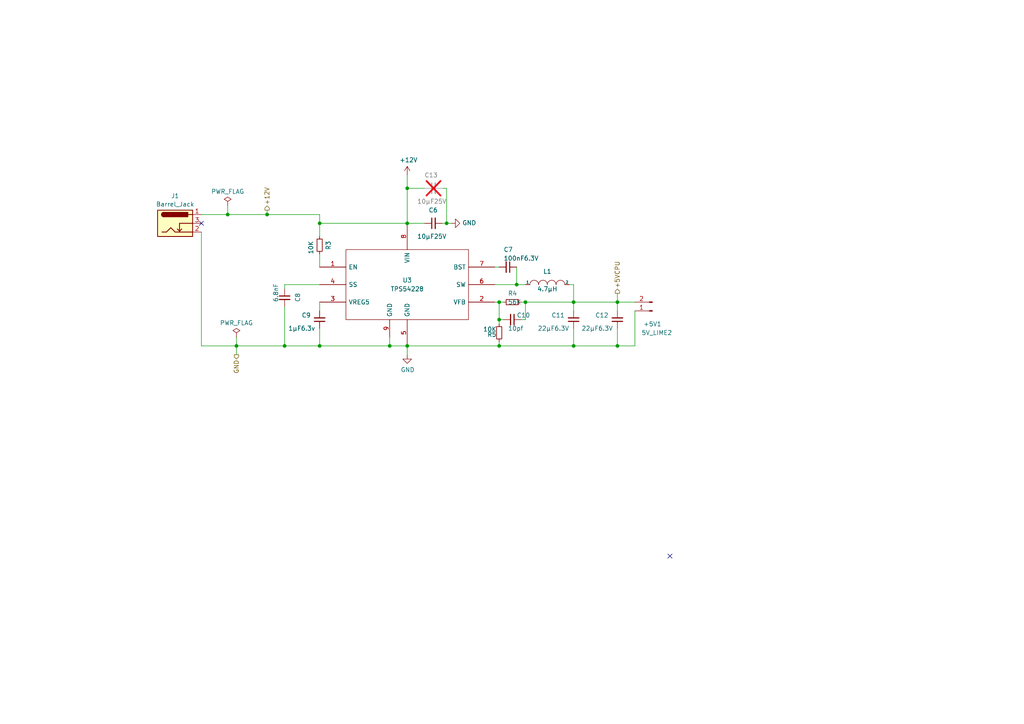
<source format=kicad_sch>
(kicad_sch (version 20231120) (generator "eeschema") (generator_version "8.0")
  (paper "A4")
  (lib_symbols
    (symbol "Connector:Barrel_Jack_Switch" (pin_names hide)
      (property "Reference" "J" (at 0 5.334 0))
      (property "Value" "Barrel_Jack_Switch" (at 0 -5.08 0))
      (symbol "Barrel_Jack_Switch_0_1"
        (rectangle (start -5.08 3.81) (end 5.08 -3.81) (stroke (width 0.254)) (fill (type background)))
        (arc (start -3.302 3.175) (mid -3.9343 2.54) (end -3.302 1.905) (stroke (width 0.254)))
        (arc (start -3.302 3.175) (mid -3.9343 2.54) (end -3.302 1.905) (stroke (width 0.254)) (fill (type outline)))
        (polyline (pts (xy 1.27 -2.286) (xy 1.905 -1.651)) (stroke (width 0.254)))
        (polyline (pts (xy 5.08 2.54) (xy 3.81 2.54)) (stroke (width 0.254)))
        (polyline (pts (xy 5.08 0) (xy 1.27 0) (xy 1.27 -2.286) (xy 0.635 -1.651)) (stroke (width 0.254)))
        (polyline (pts (xy -3.81 -2.54) (xy -2.54 -2.54) (xy -1.27 -1.27) (xy 0 -2.54) (xy 2.54 -2.54) (xy 5.08 -2.54)) (stroke (width 0.254)))
        (rectangle (start 3.683 3.175) (end -3.302 1.905) (stroke (width 0.254)) (fill (type outline)))
      )
      (symbol "Barrel_Jack_Switch_1_1"
        (pin passive line (at 7.62 2.54 180) (length 2.54) (name "~") (number "1"))
        (pin passive line (at 7.62 -2.54 180) (length 2.54) (name "~") (number "2"))
        (pin passive line (at 7.62 0 180) (length 2.54) (name "~") (number "3"))
      )
    )
    (symbol "Device:C_Small" (pin_numbers hide) (pin_names (offset 0.254) hide)
      (property "Reference" "C" (at 0.254 1.778 0))
      (property "Value" "C_Small" (at 0.254 -2.032 0))
      (symbol "C_Small_0_1"
        (polyline (pts (xy -1.524 -0.508) (xy 1.524 -0.508)) (stroke (width 0.3302)))
        (polyline (pts (xy -1.524 0.508) (xy 1.524 0.508)) (stroke (width 0.3048)))
      )
      (symbol "C_Small_1_1"
        (pin passive line (at 0 2.54 270) (length 2.032) (name "~") (number "1"))
        (pin passive line (at 0 -2.54 90) (length 2.032) (name "~") (number "2"))
      )
    )
    (symbol "Device:R_Small" (pin_numbers hide) (pin_names (offset 0.254) hide)
      (property "Reference" "R" (at 0.762 0.508 0))
      (property "Value" "R_Small" (at 0.762 -1.016 0))
      (symbol "R_Small_0_1"
        (rectangle (start -0.762 1.778) (end 0.762 -1.778) (stroke (width 0.2032)))
      )
      (symbol "R_Small_1_1"
        (pin passive line (at 0 2.54 270) (length 0.762) (name "~") (number "1"))
        (pin passive line (at 0 -2.54 90) (length 0.762) (name "~") (number "2"))
      )
    )
    (symbol "centrale-rescue:+12V-power" (power) (pin_names (offset 0))
      (property "Value" "power_+12V" (at 0 3.556 0))
      (symbol "+12V-power_0_1"
        (polyline (pts (xy -0.762 1.27) (xy 0 2.54)))
        (polyline (pts (xy 0 0) (xy 0 2.54)))
        (polyline (pts (xy 0 2.54) (xy 0.762 1.27)))
      )
      (symbol "+12V-power_1_1"
        (pin power_in line (at 0 0 90) (length 0) hide (name "+12V") (number "1"))
      )
    )
    (symbol "centrale-rescue:Conn_01x02_Male-Connector" (pin_names (offset 1.016) hide)
      (property "Reference" "J" (at 0 2.54 0))
      (property "Value" "Connector_Conn_01x02_Male" (at 0 -5.08 0))
      (symbol "Conn_01x02_Male-Connector_1_1"
        (polyline (pts (xy 1.27 -2.54) (xy 0.8636 -2.54)) (stroke (width 0.1524)))
        (polyline (pts (xy 1.27 0) (xy 0.8636 0)) (stroke (width 0.1524)))
        (rectangle (start 0.8636 -2.413) (end 0 -2.667) (stroke (width 0.1524)) (fill (type outline)))
        (rectangle (start 0.8636 0.127) (end 0 -0.127) (stroke (width 0.1524)) (fill (type outline)))
        (pin passive line (at 5.08 0 180) (length 3.81) (name "Pin_1") (number "1"))
        (pin passive line (at 5.08 -2.54 180) (length 3.81) (name "Pin_2") (number "2"))
      )
    )
    (symbol "centrale-rescue:GND2-power" (power) (pin_names (offset 0))
      (property "Value" "power_GND2" (at 0 -3.81 0))
      (symbol "GND2-power_0_1"
        (polyline (pts (xy 0 0) (xy 0 -1.27) (xy 1.27 -1.27) (xy 0 -2.54) (xy -1.27 -1.27) (xy 0 -1.27)))
      )
      (symbol "GND2-power_1_1"
        (pin power_in line (at 0 0 270) (length 0) hide (name "GND2") (number "1"))
      )
    )
    (symbol "centrale-rescue:INDUCTOR-pspice" (pin_numbers hide) (pin_names (offset 0))
      (property "Reference" "L" (at 0 2.54 0))
      (property "Value" "pspice_INDUCTOR" (at 0 -1.27 0))
      (symbol "INDUCTOR-pspice_0_1"
        (arc (start -2.54 0) (mid -3.81 1.27) (end -5.08 0))
        (arc (start 0 0) (mid -1.27 1.27) (end -2.54 0))
        (arc (start 2.54 0) (mid 1.27 1.27) (end 0 0))
        (arc (start 5.08 0) (mid 3.81 1.27) (end 2.54 0))
      )
      (symbol "INDUCTOR-pspice_1_1"
        (pin input line (at -6.35 0 0) (length 1.27) (name "1") (number "1"))
        (pin input line (at 6.35 0 180) (length 1.27) (name "2") (number "2"))
      )
    )
    (symbol "power:PWR_FLAG" (power) (pin_numbers hide) (pin_names (offset 0) hide)
      (property "Value" "PWR_FLAG" (at 0 3.81 0))
      (symbol "PWR_FLAG_0_0"
        (pin power_out line (at 0 0 90) (length 0) (name "~") (number "1"))
      )
      (symbol "PWR_FLAG_0_1"
        (polyline (pts (xy 0 0) (xy 0 1.27) (xy -1.016 1.905) (xy 0 2.54) (xy 1.016 1.905) (xy 0 1.27)))
      )
    )
    (symbol "regul-local:TPS54228" (pin_names (offset 0.762))
      (property "Reference" "U" (at 5.588 11.43 0))
      (property "Value" "TPS54228" (at 8.636 -11.3538 0))
      (symbol "TPS54228_0_1"
        (rectangle (start -17.78 -10.16) (end 17.78 10.16))
      )
      (symbol "TPS54228_1_1"
        (pin input line (at -25.4 5.08 0) (length 7.62) (name "EN") (number "1"))
        (pin input line (at 25.4 -5.08 180) (length 7.62) (name "VFB") (number "2"))
        (pin output line (at -25.4 -5.08 0) (length 7.62) (name "VREG5") (number "3"))
        (pin output line (at -25.4 0 0) (length 7.62) (name "SS") (number "4"))
        (pin input line (at 0 -17.78 90) (length 7.62) (name "GND") (number "5"))
        (pin power_out line (at 25.4 0 180) (length 7.62) (name "SW") (number "6"))
        (pin input line (at 25.4 5.08 180) (length 7.62) (name "BST") (number "7"))
        (pin power_in line (at 0 17.78 270) (length 7.62) (name "VIN") (number "8"))
        (pin power_in line (at -5.08 -15.24 90) (length 5.08) (name "GND") (number "9"))
      )
    )
  )
  (junction (at 144.78 100.33))
  (junction (at 129.54 64.77))
  (junction (at 66.04 62.23))
  (junction (at 144.78 87.63))
  (junction (at 82.55 100.33))
  (junction (at 77.47 62.23))
  (junction (at 149.86 82.55))
  (junction (at 92.71 64.77))
  (junction (at 92.71 100.33))
  (junction (at 68.58 100.33))
  (junction (at 144.78 92.71))
  (junction (at 166.37 100.33))
  (junction (at 113.03 100.33))
  (junction (at 118.11 100.33))
  (junction (at 118.11 54.61))
  (junction (at 166.37 87.63))
  (junction (at 152.4 87.63))
  (junction (at 118.11 64.77))
  (junction (at 179.07 100.33))
  (junction (at 179.07 87.63))
  (no_connect (at 194.31 161.29))
  (no_connect (at 58.42 64.77))
  (wire (pts (xy 166.37 87.63) (xy 179.07 87.63)))
  (wire (pts (xy 129.54 64.77) (xy 130.81 64.77)))
  (wire (pts (xy 128.27 64.77) (xy 129.54 64.77)))
  (wire (pts (xy 92.71 73.66) (xy 92.71 77.47)))
  (wire (pts (xy 82.55 100.33) (xy 82.55 88.9)))
  (wire (pts (xy 66.04 62.23) (xy 77.47 62.23)))
  (wire (pts (xy 144.78 100.33) (xy 118.11 100.33)))
  (wire (pts (xy 151.13 87.63) (xy 152.4 87.63)))
  (wire (pts (xy 184.15 100.33) (xy 179.07 100.33)))
  (wire (pts (xy 58.42 62.23) (xy 66.04 62.23)))
  (wire (pts (xy 166.37 87.63) (xy 166.37 90.17)))
  (wire (pts (xy 166.37 95.25) (xy 166.37 100.33)))
  (wire (pts (xy 166.37 100.33) (xy 144.78 100.33)))
  (wire (pts (xy 143.51 82.55) (xy 149.86 82.55)))
  (wire (pts (xy 152.4 92.71) (xy 152.4 87.63)))
  (wire (pts (xy 143.51 87.63) (xy 144.78 87.63)))
  (wire (pts (xy 92.71 87.63) (xy 92.71 90.17)))
  (wire (pts (xy 118.11 54.61) (xy 118.11 50.8)))
  (wire (pts (xy 149.86 82.55) (xy 152.4 82.55)))
  (wire (pts (xy 66.04 59.69) (xy 66.04 62.23)))
  (wire (pts (xy 144.78 92.71) (xy 144.78 93.98)))
  (wire (pts (xy 77.47 62.23) (xy 92.71 62.23)))
  (wire (pts (xy 143.51 77.47) (xy 144.78 77.47)))
  (wire (pts (xy 152.4 87.63) (xy 166.37 87.63)))
  (wire (pts (xy 58.42 67.31) (xy 58.42 100.33)))
  (wire (pts (xy 118.11 64.77) (xy 123.19 64.77)))
  (wire (pts (xy 151.13 92.71) (xy 152.4 92.71)))
  (wire (pts (xy 144.78 87.63) (xy 146.05 87.63)))
  (wire (pts (xy 113.03 97.79) (xy 113.03 100.33)))
  (wire (pts (xy 128.27 54.61) (xy 129.54 54.61)))
  (wire (pts (xy 77.47 60.96) (xy 77.47 62.23)))
  (wire (pts (xy 166.37 82.55) (xy 166.37 87.63)))
  (wire (pts (xy 118.11 100.33) (xy 118.11 102.87)))
  (wire (pts (xy 92.71 100.33) (xy 92.71 95.25)))
  (wire (pts (xy 179.07 100.33) (xy 179.07 95.25)))
  (wire (pts (xy 184.15 100.33) (xy 184.15 90.17)))
  (wire (pts (xy 144.78 99.06) (xy 144.78 100.33)))
  (wire (pts (xy 179.07 85.09) (xy 179.07 87.63)))
  (wire (pts (xy 179.07 87.63) (xy 184.15 87.63)))
  (wire (pts (xy 129.54 54.61) (xy 129.54 64.77)))
  (wire (pts (xy 118.11 100.33) (xy 113.03 100.33)))
  (wire (pts (xy 68.58 100.33) (xy 68.58 102.87)))
  (wire (pts (xy 166.37 82.55) (xy 165.1 82.55)))
  (wire (pts (xy 92.71 68.58) (xy 92.71 64.77)))
  (wire (pts (xy 144.78 87.63) (xy 144.78 92.71)))
  (wire (pts (xy 149.86 77.47) (xy 149.86 82.55)))
  (wire (pts (xy 179.07 100.33) (xy 166.37 100.33)))
  (wire (pts (xy 92.71 64.77) (xy 118.11 64.77)))
  (wire (pts (xy 68.58 100.33) (xy 82.55 100.33)))
  (wire (pts (xy 58.42 100.33) (xy 68.58 100.33)))
  (wire (pts (xy 92.71 82.55) (xy 82.55 82.55)))
  (wire (pts (xy 179.07 90.17) (xy 179.07 87.63)))
  (wire (pts (xy 118.11 54.61) (xy 123.19 54.61)))
  (wire (pts (xy 113.03 100.33) (xy 92.71 100.33)))
  (wire (pts (xy 68.58 97.79) (xy 68.58 100.33)))
  (wire (pts (xy 82.55 82.55) (xy 82.55 83.82)))
  (wire (pts (xy 146.05 92.71) (xy 144.78 92.71)))
  (wire (pts (xy 118.11 64.77) (xy 118.11 54.61)))
  (wire (pts (xy 92.71 62.23) (xy 92.71 64.77)))
  (wire (pts (xy 92.71 100.33) (xy 82.55 100.33)))
  (hierarchical_label "+12V" (shape output) (at 77.47 60.96 90))
  (hierarchical_label "GND" (shape output) (at 68.58 102.87 270))
  (hierarchical_label "+5VCPU" (shape output) (at 179.07 85.09 90))
  (symbol (lib_id "Device:C_Small") (at 92.71 92.71 180) (unit 1)
    (property "Reference" "C9" (at 90.17 91.44 0) (effects (justify left)))
    (property "Value" "1µF6.3v" (at 91.44 95.25 0) (effects (justify left)))
    (property "Footprint" "Capacitor_SMD:C_0603_1608Metric_Pad1.08x0.95mm_HandSolder" (effects (hide yes)))
    (property "P/N" "CGA3E1X7R1V105K080AC (stock)" (effects (hide yes)))
  )
  (symbol (lib_id "Device:C_Small") (at 147.32 77.47 270) (unit 1)
    (property "Reference" "C7" (at 146.05 72.39 90) (effects (justify left)))
    (property "Value" "100nF6.3V" (at 146.05 74.93 90) (effects (justify left)))
    (property "Footprint" "Capacitor_SMD:C_0603_1608Metric_Pad1.08x0.95mm_HandSolder" (effects (hide yes)))
    (property "P/N" "MC0603B104K250CT (stock)" (effects (hide yes)))
  )
  (symbol (lib_id "Device:C_Small") (at 125.73 54.61 90) (unit 1) (in_bom no) (dnp yes)
    (property "Reference" "C13" (at 127 50.8 90) (effects (justify left)))
    (property "Value" "10µF25V" (at 129.54 58.42 90) (effects (justify left)))
    (property "Footprint" "Capacitor_SMD:C_1210_3225Metric_Pad1.33x2.70mm_HandSolder" (effects (hide yes)))
    (property "P/N" "C3225X5R1E106K250AA (stock)" (effects (hide yes)))
  )
  (symbol (lib_id "Device:R_Small") (at 148.59 87.63 270) (unit 1)
    (property "Reference" "R4" (at 147.32 85.09 90) (effects (justify left)))
    (property "Value" "56K" (at 147.32 87.63 90) (effects (justify left)))
    (property "Footprint" "Resistor_SMD:R_0805_2012Metric_Pad1.20x1.40mm_HandSolder" (effects (hide yes)))
    (property "P/N" "stock" (effects (hide yes)))
  )
  (symbol (lib_id "Device:C_Small") (at 125.73 64.77 90) (unit 1)
    (property "Reference" "C6" (at 127 60.96 90) (effects (justify left)))
    (property "Value" "10µF25V" (at 129.54 68.58 90) (effects (justify left)))
    (property "Footprint" "Capacitor_SMD:C_1210_3225Metric_Pad1.33x2.70mm_HandSolder" (effects (hide yes)))
    (property "P/N" "C3225X5R1E106K250AA (stock)" (effects (hide yes)))
  )
  (symbol (lib_id "regul-local:TPS54228") (at 118.11 82.55 0) (unit 1)
    (property "Reference" "U3" (at 118.11 81.28 0))
    (property "Value" "TPS54228" (at 118.11 83.82 0))
    (property "Footprint" "Package_SO:SOIC-8-1EP_3.9x4.9mm_P1.27mm_EP2.41x3.3mm" (effects (hide yes)))
    (property "P/N" "TPS54228DDA/TPS54227DDA/TPS54328DDA" (effects (hide yes)))
  )
  (symbol (lib_id "Device:R_Small") (at 144.78 96.52 180) (unit 1)
    (property "Reference" "R5" (at 144.018 97.028 0) (effects (justify left)))
    (property "Value" "10K" (at 144.018 95.504 0) (effects (justify left)))
    (property "Footprint" "Resistor_SMD:R_1206_3216Metric_Pad1.30x1.75mm_HandSolder" (effects (hide yes)))
    (property "P/N" "stock" (effects (hide yes)))
  )
  (symbol (lib_id "Device:C_Small") (at 179.07 92.71 180) (unit 1)
    (property "Reference" "C12" (at 176.53 91.44 0) (effects (justify left)))
    (property "Value" "22µF6.3V" (at 177.8 95.25 0) (effects (justify left)))
    (property "Footprint" "Capacitor_SMD:C_1210_3225Metric_Pad1.33x2.70mm_HandSolder" (effects (hide yes)))
    (property "P/N" "C3225X5R1A226M230AA/CL31A226KAHNNN (stock)" (effects (hide yes)))
  )
  (symbol (lib_id "Device:R_Small") (at 92.71 71.12 180) (unit 1)
    (property "Reference" "R3" (at 95.25 69.85 90) (effects (justify left)))
    (property "Value" "10K" (at 90.17 69.85 90) (effects (justify left)))
    (property "Footprint" "Resistor_SMD:R_0805_2012Metric_Pad1.20x1.40mm_HandSolder" (effects (hide yes)))
    (property "P/N" "stock" (effects (hide yes)))
  )
  (symbol (lib_id "centrale-rescue:INDUCTOR-pspice") (at 158.75 82.55 0) (unit 1)
    (property "Reference" "L1" (at 158.75 78.74 0))
    (property "Value" "4.7µH" (at 158.75 83.82 0))
    (property "Footprint" "local:L_TT_7.3x6.8" (effects (hide yes)))
    (property "P/N" "HM72E-064R7LFTR13" (effects (hide yes)))
  )
  (symbol (lib_id "centrale-rescue:GND2-power") (at 118.11 102.87 0) (unit 1)
    (property "Reference" "#PWR09" (effects (hide yes)))
    (property "Value" "GND" (at 118.237 107.2642 0))
  )
  (symbol (lib_id "Device:C_Small") (at 82.55 86.36 0) (unit 1)
    (property "Reference" "C8" (at 86.36 87.63 90) (effects (justify left)))
    (property "Value" "6.8nF" (at 80.01 87.63 90) (effects (justify left)))
    (property "Footprint" "Capacitor_SMD:C_0603_1608Metric_Pad1.08x0.95mm_HandSolder" (effects (hide yes)))
    (property "P/N" "GRM188R71H682KA01D (stock)" (effects (hide yes)))
  )
  (symbol (lib_id "power:PWR_FLAG") (at 66.04 59.69 0) (unit 1)
    (property "Reference" "#FLG01" (effects (hide yes)))
    (property "Value" "PWR_FLAG" (at 66.04 55.5569 0))
    (property "Description" "Special symbol for telling ERC where power comes from" (effects (hide yes)))
  )
  (symbol (lib_id "centrale-rescue:GND2-power") (at 130.81 64.77 90) (unit 1)
    (property "Reference" "#PWR08" (effects (hide yes)))
    (property "Value" "GND" (at 134.0612 64.643 90) (effects (justify right)))
  )
  (symbol (lib_id "centrale-rescue:Conn_01x02_Male-Connector") (at 189.23 90.17 180) (unit 1)
    (property "Reference" "+5V1" (at 189.23 93.98 0))
    (property "Value" "5V_LIME2" (at 190.5 96.52 0))
    (property "Footprint" "local:MC24356" (effects (hide yes)))
    (property "P/N" "MC24356 (stock)" (effects (hide yes)))
  )
  (symbol (lib_id "Connector:Barrel_Jack_Switch") (at 50.8 64.77 0) (unit 1)
    (property "Reference" "J1" (at 50.8 56.8155 0))
    (property "Value" "Barrel_Jack" (at 50.8 59.2398 0))
    (property "Footprint" "Connector_BarrelJack:BarrelJack_Wuerth_6941xx301002" (effects (hide yes)))
    (property "Description" "DC Barrel Jack with an internal switch" (effects (hide yes)))
    (property "P/N" "694108301002" (effects (hide yes)))
  )
  (symbol (lib_id "Device:C_Small") (at 166.37 92.71 180) (unit 1)
    (property "Reference" "C11" (at 163.83 91.44 0) (effects (justify left)))
    (property "Value" "22µF6.3V" (at 165.1 95.25 0) (effects (justify left)))
    (property "Footprint" "Capacitor_SMD:C_1210_3225Metric_Pad1.33x2.70mm_HandSolder" (effects (hide yes)))
    (property "P/N" "C3225X5R1A226M230AA/CL31A226KAHNNN (stock)" (effects (hide yes)))
  )
  (symbol (lib_id "power:PWR_FLAG") (at 68.58 97.79 0) (unit 1)
    (property "Reference" "#FLG02" (effects (hide yes)))
    (property "Value" "PWR_FLAG" (at 68.58 93.6569 0))
    (property "Description" "Special symbol for telling ERC where power comes from" (effects (hide yes)))
  )
  (symbol (lib_id "centrale-rescue:+12V-power") (at 118.11 50.8 0) (unit 1)
    (property "Reference" "#PWR07" (effects (hide yes)))
    (property "Value" "+12V" (at 118.491 46.4058 0))
  )
  (symbol (lib_id "Device:C_Small") (at 148.59 92.71 270) (unit 1)
    (property "Reference" "C10" (at 149.86 91.44 90) (effects (justify left)))
    (property "Value" "10pf" (at 147.32 95.25 90) (effects (justify left)))
    (property "Footprint" "Capacitor_SMD:C_0603_1608Metric_Pad1.08x0.95mm_HandSolder" (effects (hide yes)))
    (property "P/N" "C0603C100J5ACTU" (effects (hide yes)))
  )
)
</source>
